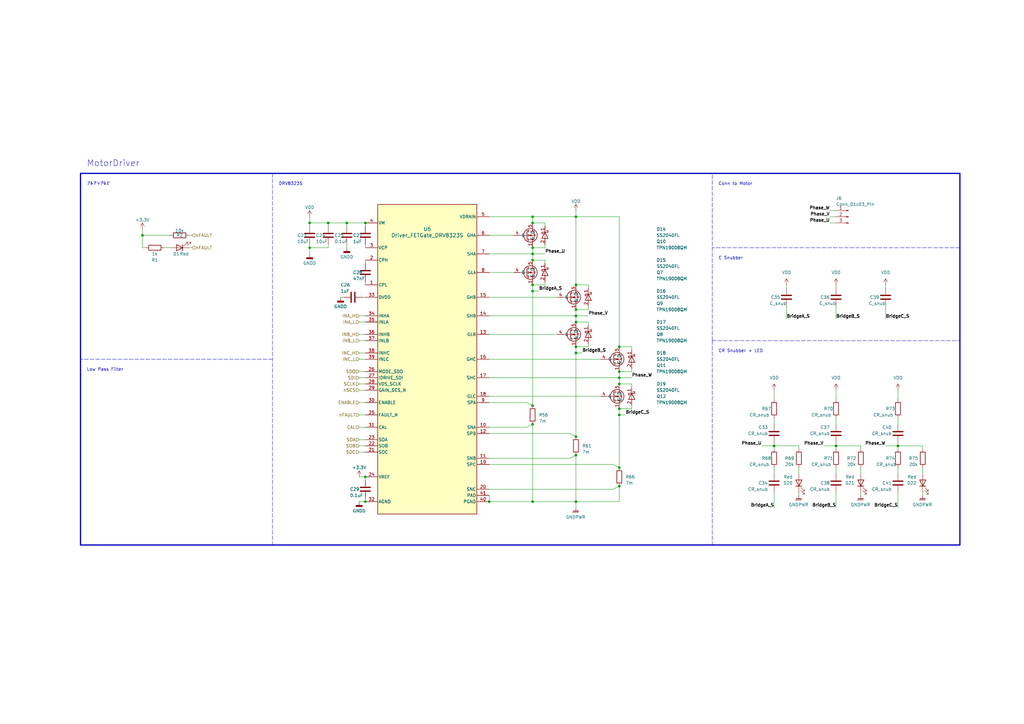
<source format=kicad_sch>
(kicad_sch (version 20230121) (generator eeschema)
  (paper "A3")
  (lib_symbols
    (symbol "Connector:Conn_01x03_Pin" (pin_names (offset 1.016) hide)
      (property "Reference" "J" (at 0 5.08 0))
      (property "Value" "Conn_01x03_Pin" (at 0 -5.08 0))
      (symbol "Conn_01x03_Pin_1_1"
        (polyline (pts (xy 1.27 -2.54) (xy 0.8636 -2.54)) (stroke (width 0.1524)))
        (polyline (pts (xy 1.27 0) (xy 0.8636 0)) (stroke (width 0.1524)))
        (polyline (pts (xy 1.27 2.54) (xy 0.8636 2.54)) (stroke (width 0.1524)))
        (rectangle (start 0.8636 -2.413) (end 0 -2.667) (stroke (width 0.1524)) (fill (type outline)))
        (rectangle (start 0.8636 0.127) (end 0 -0.127) (stroke (width 0.1524)) (fill (type outline)))
        (rectangle (start 0.8636 2.667) (end 0 2.413) (stroke (width 0.1524)) (fill (type outline)))
        (pin passive line (at 5.08 2.54 180) (length 3.81) (name "Pin_1") (number "1"))
        (pin passive line (at 5.08 0 180) (length 3.81) (name "Pin_2") (number "2"))
        (pin passive line (at 5.08 -2.54 180) (length 3.81) (name "Pin_3") (number "3"))
      )
    )
    (symbol "Device:C" (pin_numbers hide) (pin_names (offset 0.254))
      (property "Reference" "C" (at 0.635 2.54 0))
      (property "Value" "C" (at 0.635 -2.54 0))
      (symbol "C_0_1"
        (polyline (pts (xy -2.032 -0.762) (xy 2.032 -0.762)) (stroke (width 0.508)))
        (polyline (pts (xy -2.032 0.762) (xy 2.032 0.762)) (stroke (width 0.508)))
      )
      (symbol "C_1_1"
        (pin passive line (at 0 3.81 270) (length 2.794) (name "~") (number "1"))
        (pin passive line (at 0 -3.81 90) (length 2.794) (name "~") (number "2"))
      )
    )
    (symbol "Device:D_Schottky" (pin_names (offset 1.016) hide)
      (property "Reference" "D" (at 0 2.54 0))
      (property "Value" "D_Schottky" (at 0 -2.54 0))
      (symbol "D_Schottky_0_1"
        (polyline (pts (xy 1.27 0) (xy -1.27 0)))
        (polyline (pts (xy 1.27 1.27) (xy 1.27 -1.27) (xy -1.27 0) (xy 1.27 1.27)) (stroke (width 0.254)))
        (polyline (pts (xy -1.905 0.635) (xy -1.905 1.27) (xy -1.27 1.27) (xy -1.27 -1.27) (xy -0.635 -1.27) (xy -0.635 -0.635)) (stroke (width 0.254)))
      )
      (symbol "D_Schottky_1_1"
        (pin passive line (at -3.81 0 0) (length 2.54) (name "K") (number "1"))
        (pin passive line (at 3.81 0 180) (length 2.54) (name "A") (number "2"))
      )
    )
    (symbol "Device:LED" (pin_numbers hide) (pin_names (offset 1.016) hide)
      (property "Reference" "D" (at 0 2.54 0))
      (property "Value" "LED" (at 0 -2.54 0))
      (symbol "LED_0_1"
        (polyline (pts (xy -1.27 -1.27) (xy -1.27 1.27)) (stroke (width 0.254)))
        (polyline (pts (xy -1.27 0) (xy 1.27 0)))
        (polyline (pts (xy 1.27 -1.27) (xy 1.27 1.27) (xy -1.27 0) (xy 1.27 -1.27)) (stroke (width 0.254)))
        (polyline (pts (xy -3.048 -0.762) (xy -4.572 -2.286) (xy -3.81 -2.286) (xy -4.572 -2.286) (xy -4.572 -1.524)))
        (polyline (pts (xy -1.778 -0.762) (xy -3.302 -2.286) (xy -2.54 -2.286) (xy -3.302 -2.286) (xy -3.302 -1.524)))
      )
      (symbol "LED_1_1"
        (pin passive line (at -3.81 0 0) (length 2.54) (name "K") (number "1"))
        (pin passive line (at 3.81 0 180) (length 2.54) (name "A") (number "2"))
      )
    )
    (symbol "Device:R" (pin_numbers hide) (pin_names (offset 0))
      (property "Reference" "R" (at 2.032 0 90))
      (property "Value" "R" (at 0 0 90))
      (symbol "R_0_1"
        (rectangle (start -1.016 -2.54) (end 1.016 2.54) (stroke (width 0.254)))
      )
      (symbol "R_1_1"
        (pin passive line (at 0 3.81 270) (length 1.27) (name "~") (number "1"))
        (pin passive line (at 0 -3.81 90) (length 1.27) (name "~") (number "2"))
      )
    )
    (symbol "MyLibrary:Driver_FETGate_DRV8323x" (pin_names (offset 0.254))
      (property "Reference" "U" (at 0 2.54 0))
      (property "Value" "Driver_FETGate_DRV8323x" (at 0 0 0))
      (symbol "Driver_FETGate_DRV8323x_0_1"
        (pin unspecified line (at -25.4 53.34 0) (length 5.08) (name "CPL") (number "1"))
        (pin input line (at 25.4 -5.08 180) (length 5.08) (name "SNA") (number "10"))
        (pin input line (at 25.4 -17.78 180) (length 5.08) (name "SNB") (number "11"))
        (pin input line (at 25.4 -7.62 180) (length 5.08) (name "SPB") (number "12"))
        (pin output line (at 25.4 33.02 180) (length 5.08) (name "GLB") (number "13"))
        (pin input line (at 25.4 40.64 180) (length 5.08) (name "SHB") (number "14"))
        (pin output line (at 25.4 48.26 180) (length 5.08) (name "GHB") (number "15"))
        (pin output line (at 25.4 22.86 180) (length 5.08) (name "GHC") (number "16"))
        (pin input line (at 25.4 15.24 180) (length 5.08) (name "SHC") (number "17"))
        (pin output line (at 25.4 7.62 180) (length 5.08) (name "GLC") (number "18"))
        (pin input line (at 25.4 -20.32 180) (length 5.08) (name "SPC") (number "19"))
        (pin unspecified line (at -25.4 63.5 0) (length 5.08) (name "CPH") (number "2"))
        (pin input line (at 25.4 -30.48 180) (length 5.08) (name "SNC") (number "20"))
        (pin output line (at -25.4 -15.24 0) (length 5.08) (name "SOC") (number "21"))
        (pin output line (at -25.4 -12.7 0) (length 5.08) (name "SOB") (number "22"))
        (pin output line (at -25.4 -10.16 0) (length 5.08) (name "SOA") (number "23"))
        (pin input line (at -25.4 -25.4 0) (length 5.08) (name "VREF") (number "24"))
        (pin open_collector line (at -25.4 0 0) (length 5.08) (name "FAULT_N") (number "25"))
        (pin unspecified line (at -25.4 17.78 0) (length 5.08) (name "MODE_SDO") (number "26"))
        (pin input line (at -25.4 15.24 0) (length 5.08) (name "IDRIVE_SDI") (number "27"))
        (pin input line (at -25.4 12.7 0) (length 5.08) (name "VDS_SCLK") (number "28"))
        (pin input line (at -25.4 10.16 0) (length 5.08) (name "GAIN_SCS_N") (number "29"))
        (pin power_in line (at -25.4 68.58 0) (length 5.08) (name "VCP") (number "3"))
        (pin input line (at -25.4 5.08 0) (length 5.08) (name "ENABLE") (number "30"))
        (pin input line (at -25.4 -5.08 0) (length 5.08) (name "CAL") (number "31"))
        (pin power_in line (at -25.4 -35.56 0) (length 5.08) (name "AGND") (number "32"))
        (pin power_in line (at -25.4 48.26 0) (length 5.08) (name "DVDD") (number "33"))
        (pin input line (at -25.4 40.64 0) (length 5.08) (name "INHA") (number "34"))
        (pin input line (at -25.4 38.1 0) (length 5.08) (name "INLA") (number "35"))
        (pin input line (at -25.4 33.02 0) (length 5.08) (name "INHB") (number "36"))
        (pin input line (at -25.4 30.48 0) (length 5.08) (name "INLB") (number "37"))
        (pin input line (at -25.4 25.4 0) (length 5.08) (name "INHC") (number "38"))
        (pin input line (at -25.4 22.86 0) (length 5.08) (name "INLC") (number "39"))
        (pin power_in line (at -25.4 78.74 0) (length 5.08) (name "VM") (number "4"))
        (pin power_in line (at 25.4 -35.56 180) (length 5.08) (name "PGND") (number "40"))
        (pin power_in line (at 25.4 -33.02 180) (length 5.08) (name "PAD") (number "41"))
        (pin input line (at 25.4 81.28 180) (length 5.08) (name "VDRAIN") (number "5"))
        (pin output line (at 25.4 73.66 180) (length 5.08) (name "GHA") (number "6"))
        (pin input line (at 25.4 66.04 180) (length 5.08) (name "SHA") (number "7"))
        (pin output line (at 25.4 58.42 180) (length 5.08) (name "GLA") (number "8"))
        (pin input line (at 25.4 5.08 180) (length 5.08) (name "SPA") (number "9"))
      )
      (symbol "Driver_FETGate_DRV8323x_1_1"
        (rectangle (start -20.32 86.36) (end 20.32 -40.64) (stroke (width 0.254)) (fill (type background)))
      )
    )
    (symbol "Transistor_FET:FDMS8050"
      (property "Reference" "Q" (at 5.08 1.905 0))
      (property "Value" "FDMS8050" (at 5.08 0 0))
      (symbol "FDMS8050_0_1"
        (polyline (pts (xy 0.254 0) (xy -2.54 0)))
        (polyline (pts (xy 0.254 1.905) (xy 0.254 -1.905)) (stroke (width 0.254)))
        (polyline (pts (xy 0.762 -1.27) (xy 0.762 -2.286)) (stroke (width 0.254)))
        (polyline (pts (xy 0.762 0.508) (xy 0.762 -0.508)) (stroke (width 0.254)))
        (polyline (pts (xy 0.762 2.286) (xy 0.762 1.27)) (stroke (width 0.254)))
        (polyline (pts (xy 2.54 2.54) (xy 2.54 1.778)))
        (polyline (pts (xy 2.54 -2.54) (xy 2.54 0) (xy 0.762 0)))
        (polyline (pts (xy 0.762 -1.778) (xy 3.302 -1.778) (xy 3.302 1.778) (xy 0.762 1.778)))
        (polyline (pts (xy 1.016 0) (xy 2.032 0.381) (xy 2.032 -0.381) (xy 1.016 0)) (fill (type outline)))
        (polyline (pts (xy 2.794 0.508) (xy 2.921 0.381) (xy 3.683 0.381) (xy 3.81 0.254)))
        (polyline (pts (xy 3.302 0.381) (xy 2.921 -0.254) (xy 3.683 -0.254) (xy 3.302 0.381)))
        (circle (center 1.651 0) (radius 2.794) (stroke (width 0.254)))
        (circle (center 2.54 -1.778) (radius 0.254) (fill (type outline)))
        (circle (center 2.54 1.778) (radius 0.254) (fill (type outline)))
      )
      (symbol "FDMS8050_1_1"
        (pin passive line (at 2.54 -5.08 90) (length 2.54) (name "S") (number "1"))
        (pin passive line (at 2.54 -5.08 90) (length 2.54) hide (name "S") (number "2"))
        (pin passive line (at 2.54 -5.08 90) (length 2.54) hide (name "S") (number "3"))
        (pin passive line (at -5.08 0 0) (length 2.54) (name "G") (number "4"))
        (pin passive line (at 2.54 5.08 270) (length 2.54) (name "D") (number "5"))
      )
    )
    (symbol "power:+3.3V" (power) (pin_names (offset 0))
      (property "Value" "+3.3V" (at 0 3.556 0))
      (symbol "+3.3V_0_1"
        (polyline (pts (xy -0.762 1.27) (xy 0 2.54)))
        (polyline (pts (xy 0 0) (xy 0 2.54)))
        (polyline (pts (xy 0 2.54) (xy 0.762 1.27)))
      )
      (symbol "+3.3V_1_1"
        (pin power_in line (at 0 0 90) (length 0) hide (name "+3.3V") (number "1"))
      )
    )
    (symbol "power:GNDD" (power) (pin_names (offset 0))
      (property "Value" "GNDD" (at 0 -3.175 0))
      (symbol "GNDD_0_1"
        (rectangle (start -1.27 -1.524) (end 1.27 -2.032) (stroke (width 0.254)) (fill (type outline)))
        (polyline (pts (xy 0 0) (xy 0 -1.524)))
      )
      (symbol "GNDD_1_1"
        (pin power_in line (at 0 0 270) (length 0) hide (name "GNDD") (number "1"))
      )
    )
    (symbol "power:GNDPWR" (power) (pin_names (offset 0))
      (property "Value" "GNDPWR" (at 0 -3.302 0))
      (symbol "GNDPWR_0_1"
        (polyline (pts (xy 0 -1.27) (xy 0 0)))
        (polyline (pts (xy -1.016 -1.27) (xy -1.27 -2.032) (xy -1.27 -2.032)) (stroke (width 0.2032)))
        (polyline (pts (xy -0.508 -1.27) (xy -0.762 -2.032) (xy -0.762 -2.032)) (stroke (width 0.2032)))
        (polyline (pts (xy 0 -1.27) (xy -0.254 -2.032) (xy -0.254 -2.032)) (stroke (width 0.2032)))
        (polyline (pts (xy 0.508 -1.27) (xy 0.254 -2.032) (xy 0.254 -2.032)) (stroke (width 0.2032)))
        (polyline (pts (xy 1.016 -1.27) (xy -1.016 -1.27) (xy -1.016 -1.27)) (stroke (width 0.2032)))
        (polyline (pts (xy 1.016 -1.27) (xy 0.762 -2.032) (xy 0.762 -2.032) (xy 0.762 -2.032)) (stroke (width 0.2032)))
      )
      (symbol "GNDPWR_1_1"
        (pin power_in line (at 0 0 270) (length 0) hide (name "GNDPWR") (number "1"))
      )
    )
    (symbol "power:VDD" (power) (pin_names (offset 0))
      (property "Value" "VDD" (at 0 3.81 0))
      (symbol "VDD_0_1"
        (polyline (pts (xy -0.762 1.27) (xy 0 2.54)))
        (polyline (pts (xy 0 0) (xy 0 2.54)))
        (polyline (pts (xy 0 2.54) (xy 0.762 1.27)))
      )
      (symbol "VDD_1_1"
        (pin power_in line (at 0 0 90) (length 0) hide (name "VDD") (number "1"))
      )
    )
  )
  (junction (at 254 154.94))
  (junction (at 236.22 142.24))
  (junction (at 149.86 205.74))
  (junction (at 149.86 195.58))
  (junction (at 218.44 104.14))
  (junction (at 218.44 166.37))
  (junction (at 200.66 205.74))
  (junction (at 236.22 144.78))
  (junction (at 236.22 127))
  (junction (at 236.22 205.74))
  (junction (at 368.3 182.88))
  (junction (at 236.22 186.69))
  (junction (at 236.22 116.84))
  (junction (at 236.22 129.54))
  (junction (at 218.44 106.68))
  (junction (at 218.44 91.44))
  (junction (at 317.5 182.88))
  (junction (at 254 191.77))
  (junction (at 254 157.48))
  (junction (at 342.9 182.88))
  (junction (at 218.44 88.9))
  (junction (at 254 167.64))
  (junction (at 218.44 205.74))
  (junction (at 218.44 119.38))
  (junction (at 254 152.4))
  (junction (at 218.44 101.6))
  (junction (at 254 142.24))
  (junction (at 254 199.39))
  (junction (at 218.44 116.84))
  (junction (at 127 91.44))
  (junction (at 218.44 173.99))
  (junction (at 134.62 91.44))
  (junction (at 236.22 132.08))
  (junction (at 236.22 88.9))
  (junction (at 149.86 91.44))
  (junction (at 127 101.6))
  (junction (at 236.22 179.07))
  (junction (at 58.42 96.52))
  (junction (at 142.24 91.44))
  (junction (at 254 170.18))
  (wire (pts (xy 236.22 208.28) (xy 236.22 205.74)))
  (wire (pts (xy 233.68 177.8) (xy 236.22 179.07)))
  (wire (pts (xy 251.46 190.5) (xy 254 191.77)))
  (wire (pts (xy 251.46 200.66) (xy 254 199.39)))
  (wire (pts (xy 241.3 118.11) (xy 241.3 116.84)))
  (wire (pts (xy 368.3 181.61) (xy 368.3 182.88)))
  (wire (pts (xy 200.66 121.92) (xy 228.6 121.92)))
  (wire (pts (xy 200.66 129.54) (xy 236.22 129.54)))
  (wire (pts (xy 327.66 191.77) (xy 327.66 194.31)))
  (wire (pts (xy 200.66 154.94) (xy 254 154.94)))
  (wire (pts (xy 254 170.18) (xy 254 191.77)))
  (wire (pts (xy 127 100.33) (xy 127 101.6)))
  (polyline (pts (xy 292.1 139.7) (xy 292.1 223.52)) (stroke (width 0) (type dash)))
  (wire (pts (xy 254 199.39) (xy 254 205.74)))
  (polyline (pts (xy 33.02 71.12) (xy 393.7 71.12)) (stroke (width 0.5) (type solid)))
  (wire (pts (xy 147.32 132.08) (xy 149.86 132.08)))
  (wire (pts (xy 254 167.64) (xy 254 170.18)))
  (wire (pts (xy 342.9 182.88) (xy 342.9 184.15)))
  (wire (pts (xy 67.31 101.6) (xy 69.85 101.6)))
  (wire (pts (xy 200.66 88.9) (xy 218.44 88.9)))
  (wire (pts (xy 327.66 184.15) (xy 327.66 182.88)))
  (wire (pts (xy 342.9 191.77) (xy 342.9 194.31)))
  (wire (pts (xy 149.86 116.84) (xy 149.86 115.57)))
  (wire (pts (xy 142.24 100.33) (xy 142.24 101.6)))
  (wire (pts (xy 342.9 125.73) (xy 342.9 130.81)))
  (wire (pts (xy 149.86 121.92) (xy 148.59 121.92)))
  (wire (pts (xy 215.9 165.1) (xy 218.44 166.37)))
  (wire (pts (xy 254 88.9) (xy 236.22 88.9)))
  (wire (pts (xy 200.66 104.14) (xy 218.44 104.14)))
  (wire (pts (xy 142.24 91.44) (xy 149.86 91.44)))
  (wire (pts (xy 147.32 165.1) (xy 149.86 165.1)))
  (wire (pts (xy 200.66 147.32) (xy 246.38 147.32)))
  (wire (pts (xy 147.32 182.88) (xy 149.86 182.88)))
  (polyline (pts (xy 393.7 223.52) (xy 33.02 223.52)) (stroke (width 0.5) (type solid)))
  (wire (pts (xy 147.32 175.26) (xy 149.86 175.26)))
  (wire (pts (xy 368.3 171.45) (xy 368.3 173.99)))
  (wire (pts (xy 254 152.4) (xy 254 154.94)))
  (wire (pts (xy 342.9 171.45) (xy 342.9 173.99)))
  (wire (pts (xy 327.66 201.93) (xy 327.66 203.2)))
  (polyline (pts (xy 393.7 101.6) (xy 292.1 101.6)) (stroke (width 0) (type dash)))
  (wire (pts (xy 200.66 137.16) (xy 228.6 137.16)))
  (wire (pts (xy 127 91.44) (xy 134.62 91.44)))
  (wire (pts (xy 254 142.24) (xy 259.08 142.24)))
  (wire (pts (xy 200.66 187.96) (xy 233.68 187.96)))
  (wire (pts (xy 322.58 116.84) (xy 322.58 118.11)))
  (wire (pts (xy 200.66 96.52) (xy 210.82 96.52)))
  (wire (pts (xy 312.42 182.88) (xy 317.5 182.88)))
  (wire (pts (xy 147.32 154.94) (xy 149.86 154.94)))
  (wire (pts (xy 147.32 195.58) (xy 149.86 195.58)))
  (wire (pts (xy 241.3 125.73) (xy 241.3 127)))
  (polyline (pts (xy 292.1 139.7) (xy 292.1 71.12)) (stroke (width 0) (type dash)))
  (wire (pts (xy 259.08 151.13) (xy 259.08 152.4)))
  (wire (pts (xy 223.52 100.33) (xy 223.52 101.6)))
  (polyline (pts (xy 111.76 71.12) (xy 111.76 223.52)) (stroke (width 0) (type dash)))
  (wire (pts (xy 317.5 171.45) (xy 317.5 173.99)))
  (wire (pts (xy 317.5 191.77) (xy 317.5 194.31)))
  (wire (pts (xy 218.44 88.9) (xy 236.22 88.9)))
  (wire (pts (xy 353.06 184.15) (xy 353.06 182.88)))
  (polyline (pts (xy 111.76 147.32) (xy 33.02 147.32)) (stroke (width 0) (type dash)))
  (wire (pts (xy 317.5 182.88) (xy 327.66 182.88)))
  (wire (pts (xy 236.22 127) (xy 241.3 127)))
  (wire (pts (xy 342.9 116.84) (xy 342.9 118.11)))
  (wire (pts (xy 200.66 175.26) (xy 215.9 175.26)))
  (wire (pts (xy 134.62 91.44) (xy 134.62 92.71)))
  (wire (pts (xy 236.22 144.78) (xy 236.22 179.07)))
  (wire (pts (xy 223.52 107.95) (xy 223.52 106.68)))
  (wire (pts (xy 236.22 142.24) (xy 236.22 144.78)))
  (wire (pts (xy 368.3 191.77) (xy 368.3 194.31)))
  (wire (pts (xy 147.32 152.4) (xy 149.86 152.4)))
  (wire (pts (xy 218.44 101.6) (xy 223.52 101.6)))
  (wire (pts (xy 218.44 104.14) (xy 223.52 104.14)))
  (wire (pts (xy 147.32 170.18) (xy 149.86 170.18)))
  (wire (pts (xy 342.9 182.88) (xy 353.06 182.88)))
  (wire (pts (xy 58.42 93.98) (xy 58.42 96.52)))
  (wire (pts (xy 134.62 100.33) (xy 134.62 101.6)))
  (wire (pts (xy 254 170.18) (xy 256.54 170.18)))
  (wire (pts (xy 218.44 106.68) (xy 218.44 104.14)))
  (wire (pts (xy 340.36 86.36) (xy 342.9 86.36)))
  (wire (pts (xy 236.22 127) (xy 236.22 129.54)))
  (wire (pts (xy 236.22 132.08) (xy 236.22 129.54)))
  (wire (pts (xy 147.32 160.02) (xy 149.86 160.02)))
  (wire (pts (xy 218.44 119.38) (xy 220.98 119.38)))
  (wire (pts (xy 337.82 182.88) (xy 342.9 182.88)))
  (wire (pts (xy 134.62 91.44) (xy 142.24 91.44)))
  (polyline (pts (xy 292.1 139.7) (xy 393.7 139.7)) (stroke (width 0) (type dash)))
  (wire (pts (xy 378.46 201.93) (xy 378.46 203.2)))
  (wire (pts (xy 378.46 184.15) (xy 378.46 182.88)))
  (wire (pts (xy 340.36 91.44) (xy 342.9 91.44)))
  (wire (pts (xy 200.66 177.8) (xy 233.68 177.8)))
  (wire (pts (xy 236.22 144.78) (xy 238.76 144.78)))
  (wire (pts (xy 147.32 139.7) (xy 149.86 139.7)))
  (wire (pts (xy 218.44 173.99) (xy 218.44 205.74)))
  (wire (pts (xy 317.5 201.93) (xy 317.5 208.28)))
  (wire (pts (xy 147.32 147.32) (xy 149.86 147.32)))
  (wire (pts (xy 147.32 137.16) (xy 149.86 137.16)))
  (wire (pts (xy 363.22 125.73) (xy 363.22 130.81)))
  (wire (pts (xy 127 101.6) (xy 134.62 101.6)))
  (wire (pts (xy 139.7 121.92) (xy 140.97 121.92)))
  (wire (pts (xy 363.22 182.88) (xy 368.3 182.88)))
  (polyline (pts (xy 33.02 223.52) (xy 33.02 71.12)) (stroke (width 0.5) (type solid)))
  (wire (pts (xy 223.52 92.71) (xy 223.52 91.44)))
  (wire (pts (xy 254 154.94) (xy 254 157.48)))
  (wire (pts (xy 147.32 129.54) (xy 149.86 129.54)))
  (wire (pts (xy 259.08 158.75) (xy 259.08 157.48)))
  (wire (pts (xy 218.44 116.84) (xy 223.52 116.84)))
  (wire (pts (xy 368.3 201.93) (xy 368.3 208.28)))
  (wire (pts (xy 342.9 181.61) (xy 342.9 182.88)))
  (wire (pts (xy 200.66 200.66) (xy 251.46 200.66)))
  (wire (pts (xy 342.9 201.93) (xy 342.9 208.28)))
  (wire (pts (xy 147.32 205.74) (xy 149.86 205.74)))
  (wire (pts (xy 259.08 143.51) (xy 259.08 142.24)))
  (wire (pts (xy 254 142.24) (xy 254 88.9)))
  (wire (pts (xy 368.3 182.88) (xy 368.3 184.15)))
  (wire (pts (xy 149.86 92.71) (xy 149.86 91.44)))
  (wire (pts (xy 236.22 142.24) (xy 241.3 142.24)))
  (wire (pts (xy 58.42 96.52) (xy 69.85 96.52)))
  (wire (pts (xy 147.32 180.34) (xy 149.86 180.34)))
  (wire (pts (xy 215.9 175.26) (xy 218.44 173.99)))
  (wire (pts (xy 58.42 101.6) (xy 59.69 101.6)))
  (wire (pts (xy 200.66 190.5) (xy 251.46 190.5)))
  (wire (pts (xy 378.46 191.77) (xy 378.46 194.31)))
  (wire (pts (xy 368.3 182.88) (xy 378.46 182.88)))
  (wire (pts (xy 236.22 129.54) (xy 241.3 129.54)))
  (wire (pts (xy 218.44 116.84) (xy 218.44 119.38)))
  (wire (pts (xy 149.86 106.68) (xy 149.86 107.95)))
  (wire (pts (xy 236.22 205.74) (xy 254 205.74)))
  (wire (pts (xy 142.24 91.44) (xy 142.24 92.71)))
  (wire (pts (xy 317.5 160.02) (xy 317.5 163.83)))
  (wire (pts (xy 353.06 191.77) (xy 353.06 194.31)))
  (wire (pts (xy 322.58 125.73) (xy 322.58 130.81)))
  (wire (pts (xy 218.44 91.44) (xy 223.52 91.44)))
  (wire (pts (xy 200.66 111.76) (xy 210.82 111.76)))
  (wire (pts (xy 77.47 96.52) (xy 78.74 96.52)))
  (wire (pts (xy 200.66 165.1) (xy 215.9 165.1)))
  (wire (pts (xy 254 157.48) (xy 259.08 157.48)))
  (wire (pts (xy 147.32 144.78) (xy 149.86 144.78)))
  (wire (pts (xy 218.44 119.38) (xy 218.44 166.37)))
  (wire (pts (xy 340.36 88.9) (xy 342.9 88.9)))
  (wire (pts (xy 127 92.71) (xy 127 91.44)))
  (wire (pts (xy 77.47 101.6) (xy 78.74 101.6)))
  (wire (pts (xy 200.66 205.74) (xy 218.44 205.74)))
  (wire (pts (xy 149.86 101.6) (xy 149.86 100.33)))
  (wire (pts (xy 353.06 201.93) (xy 353.06 203.2)))
  (wire (pts (xy 233.68 187.96) (xy 236.22 186.69)))
  (wire (pts (xy 58.42 96.52) (xy 58.42 101.6)))
  (wire (pts (xy 317.5 182.88) (xy 317.5 184.15)))
  (polyline (pts (xy 393.7 71.12) (xy 393.7 223.52)) (stroke (width 0.5) (type solid)))
  (wire (pts (xy 241.3 133.35) (xy 241.3 132.08)))
  (wire (pts (xy 241.3 140.97) (xy 241.3 142.24)))
  (wire (pts (xy 236.22 88.9) (xy 236.22 116.84)))
  (wire (pts (xy 259.08 166.37) (xy 259.08 167.64)))
  (wire (pts (xy 254 152.4) (xy 259.08 152.4)))
  (wire (pts (xy 149.86 204.47) (xy 149.86 205.74)))
  (wire (pts (xy 368.3 160.02) (xy 368.3 163.83)))
  (wire (pts (xy 127 88.9) (xy 127 91.44)))
  (wire (pts (xy 149.86 195.58) (xy 149.86 196.85)))
  (wire (pts (xy 218.44 88.9) (xy 218.44 91.44)))
  (wire (pts (xy 200.66 203.2) (xy 200.66 205.74)))
  (wire (pts (xy 127 104.14) (xy 127 101.6)))
  (wire (pts (xy 254 154.94) (xy 259.08 154.94)))
  (wire (pts (xy 200.66 162.56) (xy 246.38 162.56)))
  (wire (pts (xy 218.44 106.68) (xy 223.52 106.68)))
  (wire (pts (xy 223.52 115.57) (xy 223.52 116.84)))
  (wire (pts (xy 218.44 101.6) (xy 218.44 104.14)))
  (wire (pts (xy 218.44 205.74) (xy 236.22 205.74)))
  (wire (pts (xy 236.22 116.84) (xy 241.3 116.84)))
  (wire (pts (xy 147.32 157.48) (xy 149.86 157.48)))
  (wire (pts (xy 363.22 116.84) (xy 363.22 118.11)))
  (wire (pts (xy 236.22 186.69) (xy 236.22 205.74)))
  (wire (pts (xy 317.5 181.61) (xy 317.5 182.88)))
  (wire (pts (xy 147.32 185.42) (xy 149.86 185.42)))
  (wire (pts (xy 236.22 86.36) (xy 236.22 88.9)))
  (wire (pts (xy 254 167.64) (xy 259.08 167.64)))
  (wire (pts (xy 342.9 160.02) (xy 342.9 163.83)))
  (wire (pts (xy 236.22 132.08) (xy 241.3 132.08)))
  (text "CR Snubber + LED" (at 294.64 144.78 0) (effects (font (size 1.27 1.27)) (justify left bottom)))
  (text "プルアップなど" (at 35.56 76.2 0) (effects (font (size 1.27 1.27)) (justify left bottom)))
  (text "DRV8323S" (at 114.3 76.2 0) (effects (font (size 1.27 1.27)) (justify left bottom)))
  (text "MotorDriver" (at 35.56 68.58 0) (effects (font (size 2.54 2.54)) (justify left bottom)))
  (text "Conn to Motor" (at 294.64 76.2 0) (effects (font (size 1.27 1.27)) (justify left bottom)))
  (text "Low Pass Filter" (at 35.56 152.4 0) (effects (font (size 1.27 1.27)) (justify left bottom)))
  (text "C Snubber" (at 294.64 106.68 0) (effects (font (size 1.27 1.27)) (justify left bottom)))
  (label "BridgeB_S" (at 342.9 208.28 180) (effects (font (thickness 0.254) bold)))
  (label "Phase_V" (at 340.36 88.9 180) (effects (font (thickness 0.254) bold)))
  (label "BridgeC_S" (at 368.3 208.28 180) (effects (font (thickness 0.254) bold)))
  (label "BridgeC_S" (at 256.54 170.18 0) (effects (font (thickness 0.254) bold)))
  (label "Phase_W" (at 363.22 182.88 180) (effects (font (thickness 0.254) bold)))
  (label "BridgeC_S" (at 363.22 130.81 0) (effects (font (thickness 0.254) bold)))
  (label "Phase_U" (at 312.42 182.88 180) (effects (font (thickness 0.254) bold)))
  (label "Phase_V" (at 337.82 182.88 180) (effects (font (thickness 0.254) bold)))
  (label "Phase_U" (at 340.36 91.44 180) (effects (font (thickness 0.254) bold)))
  (label "Phase_U" (at 223.52 104.14 0) (effects (font (thickness 0.254) bold)))
  (label "BridgeB_S" (at 342.9 130.81 0) (effects (font (thickness 0.254) bold)))
  (label "Phase_W" (at 340.36 86.36 180) (effects (font (thickness 0.254) bold)))
  (label "BridgeB_S" (at 238.76 144.78 0) (effects (font (thickness 0.254) bold)))
  (label "BridgeA_S" (at 317.5 208.28 180) (effects (font (thickness 0.254) bold)))
  (label "BridgeA_S" (at 220.98 119.38 0) (effects (font (thickness 0.254) bold)))
  (label "BridgeA_S" (at 322.58 130.81 0) (effects (font (thickness 0.254) bold)))
  (label "Phase_V" (at 241.3 129.54 0) (effects (font (thickness 0.254) bold)))
  (label "Phase_W" (at 259.08 154.94 0) (effects (font (thickness 0.254) bold)))
  (hierarchical_label "SDO" (shape input) (at 147.32 152.4 180))
  (hierarchical_label "SDI" (shape input) (at 147.32 154.94 180))
  (hierarchical_label "SOB" (shape input) (at 147.32 182.88 180))
  (hierarchical_label "INB_H" (shape input) (at 147.32 137.16 180))
  (hierarchical_label "nFAULT" (shape input) (at 147.32 170.18 180))
  (hierarchical_label "INC_L" (shape input) (at 147.32 147.32 180))
  (hierarchical_label "SOC" (shape input) (at 147.32 185.42 180))
  (hierarchical_label "CAL" (shape input) (at 147.32 175.26 180))
  (hierarchical_label "INC_H" (shape input) (at 147.32 144.78 180))
  (hierarchical_label "INA_L" (shape input) (at 147.32 132.08 180))
  (hierarchical_label "nFAULT" (shape input) (at 78.74 96.52 0))
  (hierarchical_label "SOA" (shape input) (at 147.32 180.34 180))
  (hierarchical_label "nFAULT" (shape input) (at 78.74 101.6 0))
  (hierarchical_label "INA_H" (shape input) (at 147.32 129.54 180))
  (hierarchical_label "INB_L" (shape input) (at 147.32 139.7 180))
  (hierarchical_label "SCLK" (shape input) (at 147.32 157.48 180))
  (hierarchical_label "nSCS" (shape input) (at 147.32 160.02 180))
  (hierarchical_label "ENABLE" (shape input) (at 147.32 165.1 180))
  (symbol (lib_id "power:VDD") (at 322.58 116.84 0) (unit 1)
    (property "Reference" "#PWR076" (effects hide))
    (property "Value" "VDD" (at 322.58 111.76 0))
  )
  (symbol (lib_id "Device:R") (at 317.5 187.96 0) (mirror x) (unit 1)
    (property "Reference" "R68" (at 312.42 187.96 0) (effects (justify left)))
    (property "Value" "CR_snub" (at 307.34 190.5 0) (effects (justify left)))
    (property "Footprint" "Resistor_SMD:R_0603_1608Metric" (effects hide))
  )
  (symbol (lib_id "Transistor_FET:FDMS8050") (at 251.46 147.32 0) (unit 1)
    (property "Reference" "Q11" (at 269.24 149.86 0) (effects (justify left)))
    (property "Value" "TPN19008QM" (at 269.24 152.4 0) (effects (justify left)))
    (property "Footprint" "MyLibrary:Package_TSON-Advance" (effects hide))
    (property "Datasheet" "https://www.onsemi.com/pub/Collateral/FDMS8050-D.pdf" (effects hide))
  )
  (symbol (lib_id "Device:C") (at 142.24 96.52 0) (unit 1)
    (property "Reference" "C25" (at 137.16 96.52 0) (effects (justify left)))
    (property "Value" "0.1uF" (at 137.16 99.06 0) (effects (justify left)))
    (property "Footprint" "Capacitor_SMD:C_0402_1005Metric" (effects hide))
  )
  (symbol (lib_id "Transistor_FET:FDMS8050") (at 215.9 111.76 0) (unit 1)
    (property "Reference" "Q7" (at 269.24 111.76 0) (effects (justify left)))
    (property "Value" "TPN19008QM" (at 269.24 114.3 0) (effects (justify left)))
    (property "Footprint" "MyLibrary:Package_TSON-Advance" (effects hide))
    (property "Datasheet" "https://www.onsemi.com/pub/Collateral/FDMS8050-D.pdf" (effects hide))
  )
  (symbol (lib_id "Device:D_Schottky") (at 259.08 147.32 270) (unit 1)
    (property "Reference" "D18" (at 269.24 144.78 90) (effects (justify left)))
    (property "Value" "SS2040FL" (at 269.24 147.32 90) (effects (justify left)))
    (property "Footprint" "Diode_SMD:D_SOD-123" (effects hide))
  )
  (symbol (lib_id "Device:R") (at 327.66 187.96 0) (mirror y) (unit 1)
    (property "Reference" "R69" (at 323.85 187.96 0))
    (property "Value" "20k" (at 323.85 190.5 0))
    (property "Footprint" "Resistor_SMD:R_0402_1005Metric" (effects hide))
  )
  (symbol (lib_id "power:+3.3V") (at 147.32 195.58 0) (unit 1)
    (property "Reference" "#PWR069" (effects hide))
    (property "Value" "+3.3V" (at 147.32 191.77 0))
  )
  (symbol (lib_id "Device:R") (at 378.46 187.96 0) (mirror y) (unit 1)
    (property "Reference" "R75" (at 374.65 187.96 0))
    (property "Value" "20k" (at 374.65 190.5 0))
    (property "Footprint" "Resistor_SMD:R_0402_1005Metric" (effects hide))
  )
  (symbol (lib_id "Device:D_Schottky") (at 259.08 162.56 270) (unit 1)
    (property "Reference" "D19" (at 269.24 157.48 90) (effects (justify left)))
    (property "Value" "SS2040FL" (at 269.24 160.02 90) (effects (justify left)))
    (property "Footprint" "Diode_SMD:D_SOD-123" (effects hide))
  )
  (symbol (lib_id "power:VDD") (at 127 88.9 0) (unit 1)
    (property "Reference" "#PWR065" (effects hide))
    (property "Value" "VDD" (at 127 85.09 0))
  )
  (symbol (lib_id "power:VDD") (at 342.9 160.02 0) (unit 1)
    (property "Reference" "#PWR080" (effects hide))
    (property "Value" "VDD" (at 342.9 154.94 0))
  )
  (symbol (lib_id "Device:R") (at 368.3 187.96 0) (mirror x) (unit 1)
    (property "Reference" "R74" (at 363.22 187.96 0) (effects (justify left)))
    (property "Value" "CR_snub" (at 359.41 190.5 0) (effects (justify left)))
    (property "Footprint" "Resistor_SMD:R_0603_1608Metric" (effects hide))
  )
  (symbol (lib_id "Device:C") (at 317.5 198.12 0) (mirror x) (unit 1)
    (property "Reference" "C34" (at 314.96 198.12 0) (effects (justify right)))
    (property "Value" "CR_snub" (at 314.96 200.66 0) (effects (justify right)))
    (property "Footprint" "Capacitor_SMD:C_0603_1608Metric" (effects hide))
  )
  (symbol (lib_id "power:VDD") (at 236.22 86.36 0) (unit 1)
    (property "Reference" "#PWR072" (effects hide))
    (property "Value" "VDD" (at 236.22 82.55 0))
  )
  (symbol (lib_id "Device:C") (at 363.22 121.92 0) (mirror x) (unit 1)
    (property "Reference" "C39" (at 360.68 121.92 0) (effects (justify right)))
    (property "Value" "C_snub" (at 363.22 124.46 0) (effects (justify right)))
    (property "Footprint" "Capacitor_SMD:C_0603_1608Metric" (effects hide))
  )
  (symbol (lib_id "Device:LED") (at 73.66 101.6 180) (unit 1)
    (property "Reference" "D1" (at 73.66 104.14 0) (effects (justify left)))
    (property "Value" "Red" (at 77.47 104.14 0) (effects (justify left)))
    (property "Footprint" "LED_SMD:LED_0603_1608Metric_Pad1.05x0.95mm_HandSolder" (effects hide))
  )
  (symbol (lib_id "Device:R") (at 342.9 167.64 0) (mirror x) (unit 1)
    (property "Reference" "R70" (at 337.82 167.64 0) (effects (justify left)))
    (property "Value" "CR_snub" (at 332.74 170.18 0) (effects (justify left)))
    (property "Footprint" "Resistor_SMD:R_0603_1608Metric" (effects hide))
  )
  (symbol (lib_id "Device:R") (at 254 195.58 180) (unit 1)
    (property "Reference" "R66" (at 256.54 195.58 0) (effects (justify right)))
    (property "Value" "7m" (at 256.54 198.12 0) (effects (justify right)))
    (property "Footprint" "Resistor_SMD:R_2512_6332Metric" (effects hide))
  )
  (symbol (lib_id "Device:D_Schottky") (at 241.3 137.16 270) (unit 1)
    (property "Reference" "D17" (at 269.24 132.08 90) (effects (justify left)))
    (property "Value" "SS2040FL" (at 269.24 134.62 90) (effects (justify left)))
    (property "Footprint" "Diode_SMD:D_SOD-123" (effects hide))
  )
  (symbol (lib_id "Device:R") (at 63.5 101.6 270) (mirror x) (unit 1)
    (property "Reference" "R1" (at 63.5 106.68 90))
    (property "Value" "1k" (at 63.5 104.14 90))
    (property "Footprint" "Resistor_SMD:R_0402_1005Metric" (effects hide))
  )
  (symbol (lib_id "Device:C") (at 149.86 200.66 0) (unit 1)
    (property "Reference" "C29" (at 143.51 200.66 0) (effects (justify left)))
    (property "Value" "0.1uF" (at 143.51 203.2 0) (effects (justify left)))
    (property "Footprint" "Capacitor_SMD:C_0402_1005Metric" (effects hide))
  )
  (symbol (lib_id "power:GNDPWR") (at 378.46 203.2 0) (unit 1)
    (property "Reference" "#PWR075" (effects hide))
    (property "Value" "GNDPWR" (at 378.333 207.01 0))
  )
  (symbol (lib_id "Transistor_FET:FDMS8050") (at 233.68 137.16 0) (unit 1)
    (property "Reference" "Q8" (at 269.24 137.16 0) (effects (justify left)))
    (property "Value" "TPN19008QM" (at 269.24 139.7 0) (effects (justify left)))
    (property "Footprint" "MyLibrary:Package_TSON-Advance" (effects hide))
    (property "Datasheet" "https://www.onsemi.com/pub/Collateral/FDMS8050-D.pdf" (effects hide))
  )
  (symbol (lib_id "Connector:Conn_01x03_Pin") (at 347.98 88.9 0) (mirror y) (unit 1)
    (property "Reference" "J6" (at 342.9 81.28 0) (effects (justify right)))
    (property "Value" "Conn_01x03_Pin" (at 342.9 83.82 0) (effects (justify right)))
    (property "Footprint" "Connector_Molex:Molex_SPOX_5268-03A_1x03_P2.50mm_Horizontal" (effects hide))
  )
  (symbol (lib_id "Transistor_FET:FDMS8050") (at 233.68 121.92 0) (unit 1)
    (property "Reference" "Q9" (at 269.24 124.46 0) (effects (justify left)))
    (property "Value" "TPN19008QM" (at 269.24 127 0) (effects (justify left)))
    (property "Footprint" "MyLibrary:Package_TSON-Advance" (effects hide))
    (property "Datasheet" "https://www.onsemi.com/pub/Collateral/FDMS8050-D.pdf" (effects hide))
  )
  (symbol (lib_id "power:VDD") (at 342.9 116.84 0) (unit 1)
    (property "Reference" "#PWR078" (effects hide))
    (property "Value" "VDD" (at 342.9 111.76 0))
  )
  (symbol (lib_id "Device:R") (at 368.3 167.64 0) (mirror x) (unit 1)
    (property "Reference" "R73" (at 363.22 167.64 0) (effects (justify left)))
    (property "Value" "CR_snub" (at 358.14 170.18 0) (effects (justify left)))
    (property "Footprint" "Resistor_SMD:R_0603_1608Metric" (effects hide))
  )
  (symbol (lib_id "Device:C") (at 368.3 177.8 0) (mirror x) (unit 1)
    (property "Reference" "C40" (at 365.76 175.26 0) (effects (justify right)))
    (property "Value" "CR_snub" (at 365.76 177.8 0) (effects (justify right)))
    (property "Footprint" "Capacitor_SMD:C_0603_1608Metric" (effects hide))
  )
  (symbol (lib_id "Transistor_FET:FDMS8050") (at 251.46 162.56 0) (unit 1)
    (property "Reference" "Q12" (at 269.24 162.56 0) (effects (justify left)))
    (property "Value" "TPN19008QM" (at 269.24 165.1 0) (effects (justify left)))
    (property "Footprint" "MyLibrary:Package_TSON-Advance" (effects hide))
    (property "Datasheet" "https://www.onsemi.com/pub/Collateral/FDMS8050-D.pdf" (effects hide))
  )
  (symbol (lib_id "Device:R") (at 353.06 187.96 0) (mirror y) (unit 1)
    (property "Reference" "R72" (at 349.25 187.96 0))
    (property "Value" "20k" (at 349.25 190.5 0))
    (property "Footprint" "Resistor_SMD:R_0402_1005Metric" (effects hide))
  )
  (symbol (lib_id "power:GNDD") (at 127 104.14 0) (unit 1)
    (property "Reference" "#PWR066" (effects hide))
    (property "Value" "GNDD" (at 127 107.95 0))
  )
  (symbol (lib_id "power:GNDD") (at 147.32 205.74 0) (unit 1)
    (property "Reference" "#PWR070" (effects hide))
    (property "Value" "GNDD" (at 147.32 209.55 0))
  )
  (symbol (lib_id "Device:D_Schottky") (at 223.52 96.52 270) (unit 1)
    (property "Reference" "D14" (at 269.24 93.98 90) (effects (justify left)))
    (property "Value" "SS2040FL" (at 269.24 96.52 90) (effects (justify left)))
    (property "Footprint" "Diode_SMD:D_SOD-123" (effects hide))
  )
  (symbol (lib_id "Device:LED") (at 327.66 198.12 90) (unit 1)
    (property "Reference" "D20" (at 325.12 198.12 90) (effects (justify left)))
    (property "Value" "Red" (at 325.12 195.58 90) (effects (justify left)))
    (property "Footprint" "LED_SMD:LED_0603_1608Metric_Pad1.05x0.95mm_HandSolder" (effects hide))
  )
  (symbol (lib_id "Device:R") (at 236.22 182.88 180) (unit 1)
    (property "Reference" "R61" (at 238.76 182.88 0) (effects (justify right)))
    (property "Value" "7m" (at 238.76 185.42 0) (effects (justify right)))
    (property "Footprint" "Resistor_SMD:R_2512_6332Metric" (effects hide))
  )
  (symbol (lib_id "Device:C") (at 149.86 96.52 0) (unit 1)
    (property "Reference" "C27" (at 144.78 96.52 0) (effects (justify left)))
    (property "Value" "1uF" (at 144.78 99.06 0) (effects (justify left)))
    (property "Footprint" "Capacitor_SMD:C_0402_1005Metric" (effects hide))
  )
  (symbol (lib_id "Device:C") (at 368.3 198.12 0) (mirror x) (unit 1)
    (property "Reference" "C41" (at 365.76 198.12 0) (effects (justify right)))
    (property "Value" "CR_snub" (at 365.76 200.66 0) (effects (justify right)))
    (property "Footprint" "Capacitor_SMD:C_0603_1608Metric" (effects hide))
  )
  (symbol (lib_id "Device:C") (at 342.9 198.12 0) (mirror x) (unit 1)
    (property "Reference" "C38" (at 340.36 198.12 0) (effects (justify right)))
    (property "Value" "CR_snub" (at 340.36 200.66 0) (effects (justify right)))
    (property "Footprint" "Capacitor_SMD:C_0603_1608Metric" (effects hide))
  )
  (symbol (lib_id "Device:C") (at 127 96.52 0) (unit 1)
    (property "Reference" "C23" (at 121.92 96.52 0) (effects (justify left)))
    (property "Value" "10uF" (at 121.92 99.06 0) (effects (justify left)))
    (property "Footprint" "Capacitor_SMD:C_1206_3216Metric" (effects hide))
  )
  (symbol (lib_id "power:GNDPWR") (at 353.06 203.2 0) (unit 1)
    (property "Reference" "#PWR064" (effects hide))
    (property "Value" "GNDPWR" (at 352.933 207.01 0))
  )
  (symbol (lib_id "Device:C") (at 149.86 111.76 0) (unit 1)
    (property "Reference" "C28" (at 144.78 111.76 0) (effects (justify left)))
    (property "Value" "47nF" (at 144.78 114.3 0) (effects (justify left)))
    (property "Footprint" "Capacitor_SMD:C_0603_1608Metric" (effects hide))
  )
  (symbol (lib_id "Device:LED") (at 353.06 198.12 90) (unit 1)
    (property "Reference" "D21" (at 350.52 198.12 90) (effects (justify left)))
    (property "Value" "Red" (at 350.52 195.58 90) (effects (justify left)))
    (property "Footprint" "LED_SMD:LED_0603_1608Metric_Pad1.05x0.95mm_HandSolder" (effects hide))
  )
  (symbol (lib_id "power:GNDPWR") (at 327.66 203.2 0) (unit 1)
    (property "Reference" "#PWR063" (effects hide))
    (property "Value" "GNDPWR" (at 327.533 207.01 0))
  )
  (symbol (lib_id "power:VDD") (at 317.5 160.02 0) (unit 1)
    (property "Reference" "#PWR074" (effects hide))
    (property "Value" "VDD" (at 317.5 154.94 0))
  )
  (symbol (lib_id "Device:LED") (at 378.46 198.12 90) (unit 1)
    (property "Reference" "D22" (at 375.92 198.12 90) (effects (justify left)))
    (property "Value" "Red" (at 375.92 195.58 90) (effects (justify left)))
    (property "Footprint" "LED_SMD:LED_0603_1608Metric_Pad1.05x0.95mm_HandSolder" (effects hide))
  )
  (symbol (lib_id "Device:C") (at 342.9 177.8 0) (mirror x) (unit 1)
    (property "Reference" "C37" (at 340.36 175.26 0) (effects (justify right)))
    (property "Value" "CR_snub" (at 340.36 177.8 0) (effects (justify right)))
    (property "Footprint" "Capacitor_SMD:C_0603_1608Metric" (effects hide))
  )
  (symbol (lib_id "Device:C") (at 144.78 121.92 270) (unit 1)
    (property "Reference" "C26" (at 139.7 116.84 90) (effects (justify left)))
    (property "Value" "1uF" (at 139.7 119.38 90) (effects (justify left)))
    (property "Footprint" "Capacitor_SMD:C_0402_1005Metric" (effects hide))
  )
  (symbol (lib_id "power:+3.3V") (at 58.42 93.98 0) (unit 1)
    (property "Reference" "#PWR02" (effects hide))
    (property "Value" "+3.3V" (at 58.42 90.17 0))
  )
  (symbol (lib_id "Device:C") (at 342.9 121.92 0) (mirror x) (unit 1)
    (property "Reference" "C36" (at 340.36 121.92 0) (effects (justify right)))
    (property "Value" "C_snub" (at 342.9 124.46 0) (effects (justify right)))
    (property "Footprint" "Capacitor_SMD:C_0603_1608Metric" (effects hide))
  )
  (symbol (lib_id "power:GNDD") (at 142.24 101.6 0) (unit 1)
    (property "Reference" "#PWR068" (effects hide))
    (property "Value" "GNDD" (at 142.24 105.41 0))
  )
  (symbol (lib_id "Device:D_Schottky") (at 241.3 121.92 270) (unit 1)
    (property "Reference" "D16" (at 269.24 119.38 90) (effects (justify left)))
    (property "Value" "SS2040FL" (at 269.24 121.92 90) (effects (justify left)))
    (property "Footprint" "Diode_SMD:D_SOD-123" (effects hide))
  )
  (symbol (lib_id "MyLibrary:Driver_FETGate_DRV8323x") (at 175.26 170.18 0) (unit 1)
    (property "Reference" "U6" (at 175.26 93.98 0) (effects (font (size 1.524 1.524))))
    (property "Value" "Driver_FETGate_DRV8323S" (at 175.26 96.52 0) (effects (font (size 1.524 1.524))))
    (property "Footprint" "MyLibrary:Driver_FETGate_DRV8323S" (effects hide))
    (property "Datasheet" "DRV8323HRTAR" (effects hide))
  )
  (symbol (lib_id "Device:R") (at 342.9 187.96 0) (mirror x) (unit 1)
    (property "Reference" "R71" (at 337.82 187.96 0) (effects (justify left)))
    (property "Value" "CR_snub" (at 332.74 190.5 0) (effects (justify left)))
    (property "Footprint" "Resistor_SMD:R_0603_1608Metric" (effects hide))
  )
  (symbol (lib_id "Device:R") (at 317.5 167.64 0) (mirror x) (unit 1)
    (property "Reference" "R67" (at 312.42 167.64 0) (effects (justify left)))
    (property "Value" "CR_snub" (at 307.34 170.18 0) (effects (justify left)))
    (property "Footprint" "Resistor_SMD:R_0603_1608Metric" (effects hide))
  )
  (symbol (lib_id "Device:C") (at 322.58 121.92 0) (mirror x) (unit 1)
    (property "Reference" "C35" (at 320.04 121.92 0) (effects (justify right)))
    (property "Value" "C_snub" (at 322.58 124.46 0) (effects (justify right)))
    (property "Footprint" "Capacitor_SMD:C_0603_1608Metric" (effects hide))
  )
  (symbol (lib_id "power:GNDPWR") (at 236.22 208.28 0) (unit 1)
    (property "Reference" "#PWR073" (effects hide))
    (property "Value" "GNDPWR" (at 236.093 212.09 0))
  )
  (symbol (lib_id "Device:R") (at 73.66 96.52 270) (mirror x) (unit 1)
    (property "Reference" "R2" (at 73.66 96.52 90))
    (property "Value" "10k" (at 73.66 94.615 90))
    (property "Footprint" "Resistor_SMD:R_0402_1005Metric" (effects hide))
  )
  (symbol (lib_id "Device:C") (at 134.62 96.52 0) (unit 1)
    (property "Reference" "C24" (at 129.54 96.52 0) (effects (justify left)))
    (property "Value" "10uF" (at 129.54 99.06 0) (effects (justify left)))
    (property "Footprint" "Capacitor_SMD:C_1206_3216Metric" (effects hide))
  )
  (symbol (lib_id "Device:R") (at 218.44 170.18 180) (unit 1)
    (property "Reference" "R56" (at 220.98 170.18 0) (effects (justify right)))
    (property "Value" "7m" (at 220.98 172.72 0) (effects (justify right)))
    (property "Footprint" "Resistor_SMD:R_2512_6332Metric" (effects hide))
  )
  (symbol (lib_id "Device:D_Schottky") (at 223.52 111.76 270) (unit 1)
    (property "Reference" "D15" (at 269.24 106.68 90) (effects (justify left)))
    (property "Value" "SS2040FL" (at 269.24 109.22 90) (effects (justify left)))
    (property "Footprint" "Diode_SMD:D_SOD-123" (effects hide))
  )
  (symbol (lib_id "power:VDD") (at 363.22 116.84 0) (unit 1)
    (property "Reference" "#PWR082" (effects hide))
    (property "Value" "VDD" (at 363.22 111.76 0))
  )
  (symbol (lib_id "power:VDD") (at 368.3 160.02 0) (unit 1)
    (property "Reference" "#PWR084" (effects hide))
    (property "Value" "VDD" (at 368.3 154.94 0))
  )
  (symbol (lib_id "power:GNDD") (at 139.7 121.92 0) (unit 1)
    (property "Reference" "#PWR067" (effects hide))
    (property "Value" "GNDD" (at 139.7 125.73 0))
  )
  (symbol (lib_id "Device:C") (at 317.5 177.8 0) (mirror x) (unit 1)
    (property "Reference" "C33" (at 314.96 175.26 0) (effects (justify right)))
    (property "Value" "CR_snub" (at 314.96 177.8 0) (effects (justify right)))
    (property "Footprint" "Capacitor_SMD:C_0603_1608Metric" (effects hide))
  )
  (symbol (lib_id "Transistor_FET:FDMS8050") (at 215.9 96.52 0) (unit 1)
    (property "Reference" "Q10" (at 269.24 99.06 0) (effects (justify left)))
    (property "Value" "TPN19008QM" (at 269.24 101.6 0) (effects (justify left)))
    (property "Footprint" "MyLibrary:Package_TSON-Advance" (effects hide))
    (property "Datasheet" "https://www.onsemi.com/pub/Collateral/FDMS8050-D.pdf" (effects hide))
  )
)
</source>
